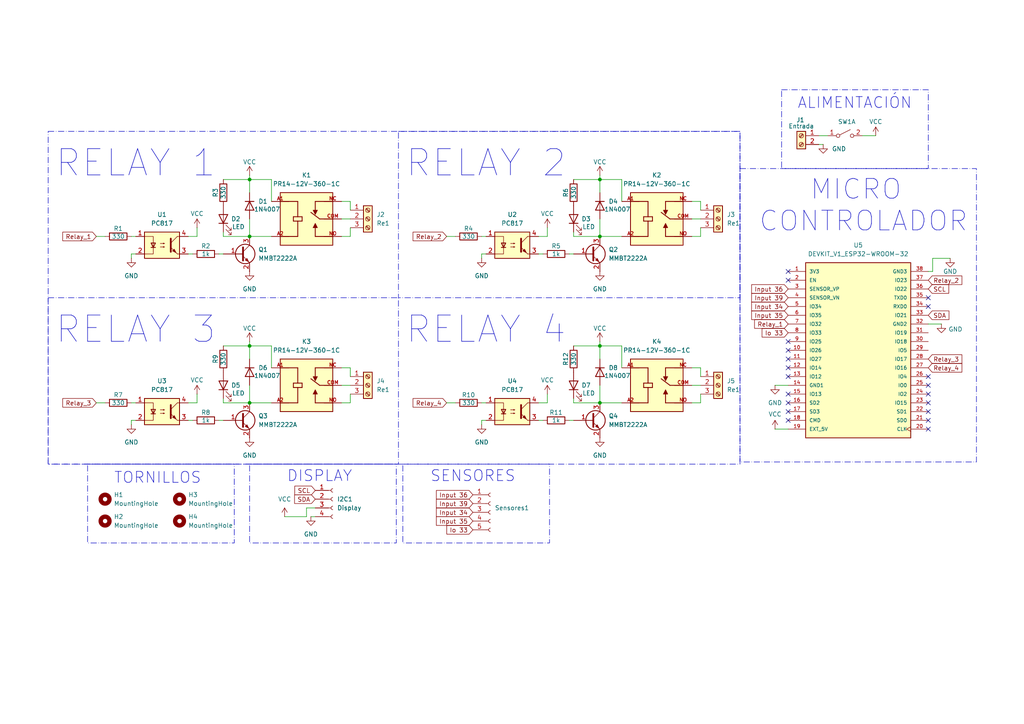
<source format=kicad_sch>
(kicad_sch (version 20250114) (generator "eeschema") (generator_version "9.0")
  (paper "A4")
  (lib_symbols
    (symbol "Connector:Conn_01x04_Socket" (pin_names (offset 1.016) (hide yes))
      (property "Reference" "J" (at 0 5.08 0))
      (property "Value" "Conn_01x04_Socket" (at 0 -7.62 0))
      (symbol "Conn_01x04_Socket_1_1"
        (polyline (pts (xy -1.27 2.54) (xy -0.508 2.54)) (stroke (width 0.1524)))
        (polyline (pts (xy -1.27 0) (xy -0.508 0)) (stroke (width 0.1524)))
        (polyline (pts (xy -1.27 -2.54) (xy -0.508 -2.54)) (stroke (width 0.1524)))
        (polyline (pts (xy -1.27 -5.08) (xy -0.508 -5.08)) (stroke (width 0.1524)))
        (arc (start 0 2.032) (mid -0.5058 2.54) (end 0 3.048) (stroke (width 0.1524)))
        (arc (start 0 -0.508) (mid -0.5058 0) (end 0 0.508) (stroke (width 0.1524)))
        (arc (start 0 -3.048) (mid -0.5058 -2.54) (end 0 -2.032) (stroke (width 0.1524)))
        (arc (start 0 -5.588) (mid -0.5058 -5.08) (end 0 -4.572) (stroke (width 0.1524)))
        (pin passive line (at -5.08 2.54 0) (length 3.81) (name "Pin_1") (number "1"))
        (pin passive line (at -5.08 0 0) (length 3.81) (name "Pin_2") (number "2"))
        (pin passive line (at -5.08 -2.54 0) (length 3.81) (name "Pin_3") (number "3"))
        (pin passive line (at -5.08 -5.08 0) (length 3.81) (name "Pin_4") (number "4"))
      )
    )
    (symbol "Connector:Conn_01x05_Socket" (pin_names (offset 1.016) (hide yes))
      (property "Reference" "J" (at 0 7.62 0))
      (property "Value" "Conn_01x05_Socket" (at 0 -7.62 0))
      (symbol "Conn_01x05_Socket_1_1"
        (polyline (pts (xy -1.27 5.08) (xy -0.508 5.08)) (stroke (width 0.1524)))
        (polyline (pts (xy -1.27 2.54) (xy -0.508 2.54)) (stroke (width 0.1524)))
        (polyline (pts (xy -1.27 0) (xy -0.508 0)) (stroke (width 0.1524)))
        (polyline (pts (xy -1.27 -2.54) (xy -0.508 -2.54)) (stroke (width 0.1524)))
        (polyline (pts (xy -1.27 -5.08) (xy -0.508 -5.08)) (stroke (width 0.1524)))
        (arc (start 0 4.572) (mid -0.5058 5.08) (end 0 5.588) (stroke (width 0.1524)))
        (arc (start 0 2.032) (mid -0.5058 2.54) (end 0 3.048) (stroke (width 0.1524)))
        (arc (start 0 -0.508) (mid -0.5058 0) (end 0 0.508) (stroke (width 0.1524)))
        (arc (start 0 -3.048) (mid -0.5058 -2.54) (end 0 -2.032) (stroke (width 0.1524)))
        (arc (start 0 -5.588) (mid -0.5058 -5.08) (end 0 -4.572) (stroke (width 0.1524)))
        (pin passive line (at -5.08 5.08 0) (length 3.81) (name "Pin_1") (number "1"))
        (pin passive line (at -5.08 2.54 0) (length 3.81) (name "Pin_2") (number "2"))
        (pin passive line (at -5.08 0 0) (length 3.81) (name "Pin_3") (number "3"))
        (pin passive line (at -5.08 -2.54 0) (length 3.81) (name "Pin_4") (number "4"))
        (pin passive line (at -5.08 -5.08 0) (length 3.81) (name "Pin_5") (number "5"))
      )
    )
    (symbol "Connector:Screw_Terminal_01x02" (pin_names (offset 1.016) (hide yes))
      (property "Reference" "J" (at 0 2.54 0))
      (property "Value" "Screw_Terminal_01x02" (at 0 -5.08 0))
      (symbol "Screw_Terminal_01x02_1_1"
        (rectangle (start -1.27 1.27) (end 1.27 -3.81) (stroke (width 0.254)) (fill (type background)))
        (polyline (pts (xy -0.5334 0.3302) (xy 0.3302 -0.508)) (stroke (width 0.1524)))
        (polyline (pts (xy -0.5334 -2.2098) (xy 0.3302 -3.048)) (stroke (width 0.1524)))
        (polyline (pts (xy -0.3556 0.508) (xy 0.508 -0.3302)) (stroke (width 0.1524)))
        (polyline (pts (xy -0.3556 -2.032) (xy 0.508 -2.8702)) (stroke (width 0.1524)))
        (circle (center 0 0) (radius 0.635) (stroke (width 0.1524)))
        (circle (center 0 -2.54) (radius 0.635) (stroke (width 0.1524)))
        (pin passive line (at -5.08 0 0) (length 3.81) (name "Pin_1") (number "1"))
        (pin passive line (at -5.08 -2.54 0) (length 3.81) (name "Pin_2") (number "2"))
      )
    )
    (symbol "Connector:Screw_Terminal_01x03" (pin_names (offset 1.016) (hide yes))
      (property "Reference" "J" (at 0 5.08 0))
      (property "Value" "Screw_Terminal_01x03" (at 0 -5.08 0))
      (symbol "Screw_Terminal_01x03_1_1"
        (rectangle (start -1.27 3.81) (end 1.27 -3.81) (stroke (width 0.254)) (fill (type background)))
        (polyline (pts (xy -0.5334 2.8702) (xy 0.3302 2.032)) (stroke (width 0.1524)))
        (polyline (pts (xy -0.5334 0.3302) (xy 0.3302 -0.508)) (stroke (width 0.1524)))
        (polyline (pts (xy -0.5334 -2.2098) (xy 0.3302 -3.048)) (stroke (width 0.1524)))
        (polyline (pts (xy -0.3556 3.048) (xy 0.508 2.2098)) (stroke (width 0.1524)))
        (polyline (pts (xy -0.3556 0.508) (xy 0.508 -0.3302)) (stroke (width 0.1524)))
        (polyline (pts (xy -0.3556 -2.032) (xy 0.508 -2.8702)) (stroke (width 0.1524)))
        (circle (center 0 2.54) (radius 0.635) (stroke (width 0.1524)))
        (circle (center 0 0) (radius 0.635) (stroke (width 0.1524)))
        (circle (center 0 -2.54) (radius 0.635) (stroke (width 0.1524)))
        (pin passive line (at -5.08 2.54 0) (length 3.81) (name "Pin_1") (number "1"))
        (pin passive line (at -5.08 0 0) (length 3.81) (name "Pin_2") (number "2"))
        (pin passive line (at -5.08 -2.54 0) (length 3.81) (name "Pin_3") (number "3"))
      )
    )
    (symbol "DEVKIT_V1_ESP32-WROOM-32:DEVKIT_V1_ESP32-WROOM-32" (pin_names (offset 1.016))
      (property "Reference" "U" (at -15.2572 26.0643 0))
      (property "Value" "DEVKIT_V1_ESP32-WROOM-32" (at -15.2563 -27.9698 0))
      (symbol "DEVKIT_V1_ESP32-WROOM-32_0_0"
        (rectangle (start -15.24 -25.4) (end 15.24 25.4) (stroke (width 0.254)) (fill (type background)))
        (pin power_in line (at -20.32 22.86 0) (length 5.08) (name "3V3") (number "1"))
        (pin input line (at -20.32 20.32 0) (length 5.08) (name "EN") (number "2"))
        (pin input line (at -20.32 17.78 0) (length 5.08) (name "SENSOR_VP") (number "3"))
        (pin input line (at -20.32 15.24 0) (length 5.08) (name "SENSOR_VN") (number "4"))
        (pin bidirectional line (at -20.32 12.7 0) (length 5.08) (name "IO34") (number "5"))
        (pin bidirectional line (at -20.32 10.16 0) (length 5.08) (name "IO35") (number "6"))
        (pin bidirectional line (at -20.32 7.62 0) (length 5.08) (name "IO32") (number "7"))
        (pin bidirectional line (at -20.32 5.08 0) (length 5.08) (name "IO33") (number "8"))
        (pin bidirectional line (at -20.32 2.54 0) (length 5.08) (name "IO25") (number "9"))
        (pin bidirectional line (at -20.32 0 0) (length 5.08) (name "IO26") (number "10"))
        (pin bidirectional line (at -20.32 -2.54 0) (length 5.08) (name "IO27") (number "11"))
        (pin bidirectional line (at -20.32 -5.08 0) (length 5.08) (name "IO14") (number "12"))
        (pin bidirectional line (at -20.32 -7.62 0) (length 5.08) (name "IO12") (number "13"))
        (pin power_in line (at -20.32 -10.16 0) (length 5.08) (name "GND1") (number "14"))
        (pin bidirectional line (at -20.32 -12.7 0) (length 5.08) (name "IO13") (number "15"))
        (pin bidirectional line (at -20.32 -15.24 0) (length 5.08) (name "SD2") (number "16"))
        (pin bidirectional line (at -20.32 -17.78 0) (length 5.08) (name "SD3") (number "17"))
        (pin bidirectional line (at -20.32 -20.32 0) (length 5.08) (name "CMD") (number "18"))
        (pin power_in line (at -20.32 -22.86 0) (length 5.08) (name "EXT_5V") (number "19"))
        (pin power_in line (at 20.32 22.86 180) (length 5.08) (name "GND3") (number "38"))
        (pin bidirectional line (at 20.32 20.32 180) (length 5.08) (name "IO23") (number "37"))
        (pin bidirectional line (at 20.32 17.78 180) (length 5.08) (name "IO22") (number "36"))
        (pin output line (at 20.32 15.24 180) (length 5.08) (name "TXD0") (number "35"))
        (pin input line (at 20.32 12.7 180) (length 5.08) (name "RXD0") (number "34"))
        (pin bidirectional line (at 20.32 10.16 180) (length 5.08) (name "IO21") (number "33"))
        (pin power_in line (at 20.32 7.62 180) (length 5.08) (name "GND2") (number "32"))
        (pin bidirectional line (at 20.32 5.08 180) (length 5.08) (name "IO19") (number "31"))
        (pin bidirectional line (at 20.32 2.54 180) (length 5.08) (name "IO18") (number "30"))
        (pin bidirectional line (at 20.32 0 180) (length 5.08) (name "IO5") (number "29"))
        (pin bidirectional line (at 20.32 -2.54 180) (length 5.08) (name "IO17") (number "28"))
        (pin bidirectional line (at 20.32 -5.08 180) (length 5.08) (name "IO16") (number "27"))
        (pin bidirectional line (at 20.32 -7.62 180) (length 5.08) (name "IO4") (number "26"))
        (pin bidirectional line (at 20.32 -10.16 180) (length 5.08) (name "IO0") (number "25"))
        (pin bidirectional line (at 20.32 -12.7 180) (length 5.08) (name "IO2") (number "24"))
        (pin bidirectional line (at 20.32 -15.24 180) (length 5.08) (name "IO15") (number "23"))
        (pin bidirectional line (at 20.32 -17.78 180) (length 5.08) (name "SD1") (number "22"))
        (pin bidirectional line (at 20.32 -20.32 180) (length 5.08) (name "SD0") (number "21"))
        (pin input clock (at 20.32 -22.86 180) (length 5.08) (name "CLK") (number "20"))
      )
    )
    (symbol "Device:LED" (pin_numbers (hide yes)) (pin_names (offset 1.016) (hide yes))
      (property "Reference" "D" (at 0 2.54 0))
      (property "Value" "LED" (at 0 -2.54 0))
      (symbol "LED_0_1"
        (polyline (pts (xy -3.048 -0.762) (xy -4.572 -2.286) (xy -3.81 -2.286) (xy -4.572 -2.286) (xy -4.572 -1.524)))
        (polyline (pts (xy -1.778 -0.762) (xy -3.302 -2.286) (xy -2.54 -2.286) (xy -3.302 -2.286) (xy -3.302 -1.524)))
        (polyline (pts (xy -1.27 0) (xy 1.27 0)))
        (polyline (pts (xy -1.27 -1.27) (xy -1.27 1.27)) (stroke (width 0.254)))
        (polyline (pts (xy 1.27 -1.27) (xy 1.27 1.27) (xy -1.27 0) (xy 1.27 -1.27)) (stroke (width 0.254)))
      )
      (symbol "LED_1_1"
        (pin passive line (at -3.81 0 0) (length 2.54) (name "K") (number "1"))
        (pin passive line (at 3.81 0 180) (length 2.54) (name "A") (number "2"))
      )
    )
    (symbol "Device:R" (pin_numbers (hide yes)) (pin_names (offset 0))
      (property "Reference" "R" (at 2.032 0 90))
      (property "Value" "R" (at 0 0 90))
      (symbol "R_0_1"
        (rectangle (start -1.016 -2.54) (end 1.016 2.54) (stroke (width 0.254)))
      )
      (symbol "R_1_1"
        (pin passive line (at 0 3.81 270) (length 1.27) (name "~") (number "1"))
        (pin passive line (at 0 -3.81 90) (length 1.27) (name "~") (number "2"))
      )
    )
    (symbol "Diode:1N4007" (pin_numbers (hide yes)) (pin_names (hide yes))
      (property "Reference" "D" (at 0 2.54 0))
      (property "Value" "1N4007" (at 0 -2.54 0))
      (symbol "1N4007_0_1"
        (polyline (pts (xy -1.27 1.27) (xy -1.27 -1.27)) (stroke (width 0.254)))
        (polyline (pts (xy 1.27 1.27) (xy 1.27 -1.27) (xy -1.27 0) (xy 1.27 1.27)) (stroke (width 0.254)))
        (polyline (pts (xy 1.27 0) (xy -1.27 0)))
      )
      (symbol "1N4007_1_1"
        (pin passive line (at -3.81 0 0) (length 2.54) (name "K") (number "1"))
        (pin passive line (at 3.81 0 180) (length 2.54) (name "A") (number "2"))
      )
    )
    (symbol "Isolator:PC817" (pin_names (offset 1.016))
      (property "Reference" "U" (at -5.08 5.08 0))
      (property "Value" "PC817" (at 0 5.08 0))
      (symbol "PC817_0_1"
        (rectangle (start -5.08 3.81) (end 5.08 -3.81) (stroke (width 0.254)) (fill (type background)))
        (polyline (pts (xy -5.08 2.54) (xy -2.54 2.54) (xy -2.54 -0.635)))
        (polyline (pts (xy -3.175 -0.635) (xy -1.905 -0.635)) (stroke (width 0.254)))
        (polyline (pts (xy -2.54 -0.635) (xy -2.54 -2.54) (xy -5.08 -2.54)))
        (polyline (pts (xy -2.54 -0.635) (xy -3.175 0.635) (xy -1.905 0.635) (xy -2.54 -0.635)) (stroke (width 0.254)))
        (polyline (pts (xy -0.508 0.508) (xy 0.762 0.508) (xy 0.381 0.381) (xy 0.381 0.635) (xy 0.762 0.508)))
        (polyline (pts (xy -0.508 -0.508) (xy 0.762 -0.508) (xy 0.381 -0.635) (xy 0.381 -0.381) (xy 0.762 -0.508)))
        (polyline (pts (xy 2.54 1.905) (xy 2.54 -1.905) (xy 2.54 -1.905)) (stroke (width 0.508)))
        (polyline (pts (xy 2.54 0.635) (xy 4.445 2.54)))
        (polyline (pts (xy 3.048 -1.651) (xy 3.556 -1.143) (xy 4.064 -2.159) (xy 3.048 -1.651) (xy 3.048 -1.651)) (fill (type outline)))
        (polyline (pts (xy 4.445 2.54) (xy 5.08 2.54)))
        (polyline (pts (xy 4.445 -2.54) (xy 2.54 -0.635)) (fill (type outline)))
        (polyline (pts (xy 4.445 -2.54) (xy 5.08 -2.54)))
      )
      (symbol "PC817_1_1"
        (pin passive line (at -7.62 2.54 0) (length 2.54) (name "~") (number "1"))
        (pin passive line (at -7.62 -2.54 0) (length 2.54) (name "~") (number "2"))
        (pin passive line (at 7.62 2.54 180) (length 2.54) (name "~") (number "4"))
        (pin passive line (at 7.62 -2.54 180) (length 2.54) (name "~") (number "3"))
      )
    )
    (symbol "Mechanical:MountingHole" (pin_names (offset 1.016)) (exclude_from_sim yes) (in_bom no)
      (property "Reference" "H" (at 0 5.08 0))
      (property "Value" "MountingHole" (at 0 3.175 0))
      (symbol "MountingHole_0_1"
        (circle (center 0 0) (radius 1.27) (stroke (width 1.27)))
      )
    )
    (symbol "PR14-12V-360-1C:PR14-12V-360-1C" (pin_names (offset 1.016))
      (property "Reference" "K" (at -7.62 8.89 0))
      (property "Value" "PR14-12V-360-1C" (at -7.62 -10.16 0))
      (symbol "PR14-12V-360-1C_0_0"
        (polyline (pts (xy -7.62 5.08) (xy -2.54 5.08)) (stroke (width 0.254)))
        (polyline (pts (xy -7.62 -5.08) (xy -2.54 -5.08)) (stroke (width 0.254)))
        (rectangle (start -7.62 -7.62) (end 7.62 7.62) (stroke (width 0.254)) (fill (type background)))
        (polyline (pts (xy -3.81 0.635) (xy -2.54 0.635)) (stroke (width 0.254)))
        (polyline (pts (xy -3.81 -0.635) (xy -3.81 0.635)) (stroke (width 0.254)))
        (polyline (pts (xy -2.54 5.08) (xy -2.54 0.635)) (stroke (width 0.254)))
        (polyline (pts (xy -2.54 0.635) (xy -1.27 0.635)) (stroke (width 0.254)))
        (polyline (pts (xy -2.54 -0.635) (xy -3.81 -0.635)) (stroke (width 0.254)))
        (polyline (pts (xy -2.54 -0.635) (xy -2.54 -5.08)) (stroke (width 0.254)))
        (polyline (pts (xy -1.27 0.635) (xy -1.27 -0.635)) (stroke (width 0.254)))
        (polyline (pts (xy -1.27 -0.635) (xy -2.54 -0.635)) (stroke (width 0.254)))
        (polyline (pts (xy 1.905 -2.54) (xy 3.175 -2.54) (xy 2.54 -1.27) (xy 1.905 -2.54)) (stroke (width 0.1524)) (fill (type outline)))
        (polyline (pts (xy 2.54 5.08) (xy 2.54 2.54)) (stroke (width 0.254)))
        (polyline (pts (xy 2.54 5.08) (xy 7.62 5.08)) (stroke (width 0.254)))
        (polyline (pts (xy 2.54 -5.08) (xy 2.54 -2.54)) (stroke (width 0.254)))
        (polyline (pts (xy 3.175 2.54) (xy 1.905 2.54) (xy 2.54 1.27) (xy 3.175 2.54)) (stroke (width 0.1524)) (fill (type outline)))
        (polyline (pts (xy 3.81 0) (xy 1.27 1.905)) (stroke (width 0.254)))
        (polyline (pts (xy 7.62 0) (xy 3.81 0)) (stroke (width 0.254)))
        (polyline (pts (xy 7.62 -5.08) (xy 2.54 -5.08)) (stroke (width 0.254)))
        (pin passive line (at -10.16 5.08 0) (length 5.08) (name "~") (number "A1"))
        (pin passive line (at -10.16 -5.08 0) (length 5.08) (name "~") (number "A2"))
        (pin passive line (at 10.16 5.08 180) (length 5.08) (name "~") (number "NC"))
        (pin passive line (at 10.16 0 180) (length 5.08) (name "~") (number "COM"))
        (pin passive line (at 10.16 -5.08 180) (length 5.08) (name "~") (number "NO"))
      )
    )
    (symbol "Switch:SW_DPST_x2" (pin_names (offset 0) (hide yes))
      (property "Reference" "SW" (at 0 3.175 0))
      (property "Value" "SW_DPST_x2" (at 0 -2.54 0))
      (symbol "SW_DPST_x2_0_0"
        (circle (center -2.032 0) (radius 0.508))
        (polyline (pts (xy -1.524 0.254) (xy 1.524 1.778)))
        (circle (center 2.032 0) (radius 0.508))
      )
      (symbol "SW_DPST_x2_1_1"
        (pin passive line (at -5.08 0 0) (length 2.54) (name "A") (number "1"))
        (pin passive line (at 5.08 0 180) (length 2.54) (name "B") (number "2"))
      )
      (symbol "SW_DPST_x2_2_1"
        (pin passive line (at -5.08 0 0) (length 2.54) (name "A") (number "3"))
        (pin passive line (at 5.08 0 180) (length 2.54) (name "B") (number "4"))
      )
    )
    (symbol "Transistor_BJT:MMBT2222A" (pin_names (offset 0) (hide yes))
      (property "Reference" "Q" (at 5.08 1.905 0))
      (property "Value" "MMBT2222A" (at 5.08 0 0))
      (symbol "MMBT2222A_0_1"
        (polyline (pts (xy 0.635 1.905) (xy 0.635 -1.905) (xy 0.635 -1.905)) (stroke (width 0.508)))
        (polyline (pts (xy 0.635 0.635) (xy 2.54 2.54)))
        (polyline (pts (xy 0.635 -0.635) (xy 2.54 -2.54) (xy 2.54 -2.54)))
        (circle (center 1.27 0) (radius 2.8194) (stroke (width 0.254)))
        (polyline (pts (xy 1.27 -1.778) (xy 1.778 -1.27) (xy 2.286 -2.286) (xy 1.27 -1.778) (xy 1.27 -1.778)) (fill (type outline)))
      )
      (symbol "MMBT2222A_1_1"
        (pin input line (at -5.08 0 0) (length 5.715) (name "B") (number "1"))
        (pin passive line (at 2.54 5.08 270) (length 2.54) (name "C") (number "3"))
        (pin passive line (at 2.54 -5.08 90) (length 2.54) (name "E") (number "2"))
      )
    )
    (symbol "power:GND" (power) (pin_numbers (hide yes)) (pin_names (offset 0) (hide yes))
      (property "Value" "GND" (at 0 -3.81 0))
      (symbol "GND_0_1"
        (polyline (pts (xy 0 0) (xy 0 -1.27) (xy 1.27 -1.27) (xy 0 -2.54) (xy -1.27 -1.27) (xy 0 -1.27)))
      )
      (symbol "GND_1_1"
        (pin power_in line (at 0 0 270) (length 0) (name "~") (number "1"))
      )
    )
    (symbol "power:VCC" (power) (pin_numbers (hide yes)) (pin_names (offset 0) (hide yes))
      (property "Value" "VCC" (at 0 3.556 0))
      (symbol "VCC_0_1"
        (polyline (pts (xy -0.762 1.27) (xy 0 2.54)))
        (polyline (pts (xy 0 2.54) (xy 0.762 1.27)))
        (polyline (pts (xy 0 0) (xy 0 2.54)))
      )
      (symbol "VCC_1_1"
        (pin power_in line (at 0 0 90) (length 0) (name "~") (number "1"))
      )
    )
  )
  (rectangle (start 115.57 38.1) (end 214.63 86.36) (stroke (width 0) (type dash_dot)))
  (rectangle (start 226.695 26.035) (end 269.24 48.895) (stroke (width 0) (type dash_dot)))
  (rectangle (start 13.97 38.1) (end 214.63 134.62) (stroke (width 0) (type dash_dot)))
  (rectangle (start 25.4 134.62) (end 67.945 157.48) (stroke (width 0) (type dash_dot)))
  (rectangle (start 72.39 134.62) (end 114.935 157.48) (stroke (width 0) (type dash_dot)))
  (rectangle (start 214.63 48.895) (end 283.21 133.985) (stroke (width 0) (type dash_dot)))
  (rectangle (start 13.97 86.36) (end 115.57 134.62) (stroke (width 0) (type dash_dot)))
  (rectangle (start 116.84 134.62) (end 159.385 157.48) (stroke (width 0) (type dash_dot)))
  (text "SENSORES" (at 137.16 138.176 0) (effects (font (size 3.175 3.175))))
  (text "ALIMENTACIÓN\n" (at 247.904 29.972 0) (effects (font (size 3.175 3.175))))
  (text "RELAY 4\n\n" (at 140.97 101.854 0) (effects (font (size 7.62 7.62))))
  (text "DISPLAY" (at 92.71 138.176 0) (effects (font (size 3.175 3.175))))
  (text "RELAY 3\n\n" (at 39.37 101.854 0) (effects (font (size 7.62 7.62))))
  (text "MICRO \nCONTROLADOR\n" (at 250.444 59.69 0) (effects (font (size 5.715 5.715))))
  (text "RELAY 2\n\n" (at 140.97 53.594 0) (effects (font (size 7.62 7.62))))
  (text "RELAY 1\n\n" (at 39.37 53.594 0) (effects (font (size 7.62 7.62))))
  (text "TORNILLOS" (at 45.72 138.684 0) (effects (font (size 3.175 3.175))))
  (junction (at 72.39 116.84))
  (junction (at 173.99 68.58))
  (junction (at 173.99 100.33))
  (junction (at 72.39 52.07))
  (junction (at 173.99 52.07))
  (junction (at 72.39 100.33))
  (junction (at 173.99 116.84))
  (junction (at 72.39 68.58))
  (no_connect (at 269.24 121.92))
  (no_connect (at 228.6 81.28))
  (no_connect (at 269.24 124.46))
  (no_connect (at 228.6 116.84))
  (no_connect (at 228.6 104.14))
  (no_connect (at 228.6 99.06))
  (no_connect (at 269.24 119.38))
  (no_connect (at 228.6 106.68))
  (no_connect (at 228.6 78.74))
  (no_connect (at 228.6 114.3))
  (no_connect (at 228.6 101.6))
  (no_connect (at 228.6 109.22))
  (no_connect (at 228.6 121.92))
  (no_connect (at 269.24 109.22))
  (no_connect (at 269.24 88.9))
  (no_connect (at 269.24 86.36))
  (no_connect (at 269.24 114.3))
  (no_connect (at 269.24 116.84))
  (no_connect (at 228.6 119.38))
  (no_connect (at 269.24 111.76))
  (wire (pts (xy 38.1 74.93) (xy 38.1 73.66)))
  (wire (pts (xy 129.54 68.58) (xy 132.08 68.58)))
  (wire (pts (xy 139.7 116.84) (xy 140.97 116.84)))
  (wire (pts (xy 57.15 114.3) (xy 57.15 116.84)))
  (wire (pts (xy 54.61 116.84) (xy 57.15 116.84)))
  (wire (pts (xy 238.76 41.91) (xy 237.49 41.91)))
  (wire (pts (xy 78.74 100.33) (xy 78.74 106.68)))
  (wire (pts (xy 139.7 68.58) (xy 140.97 68.58)))
  (wire (pts (xy 54.61 68.58) (xy 57.15 68.58)))
  (wire (pts (xy 166.37 73.66) (xy 165.1 73.66)))
  (wire (pts (xy 173.99 100.33) (xy 166.37 100.33)))
  (wire (pts (xy 38.1 73.66) (xy 39.37 73.66)))
  (wire (pts (xy 101.6 114.3) (xy 101.6 116.84)))
  (wire (pts (xy 64.77 68.58) (xy 72.39 68.58)))
  (wire (pts (xy 64.77 116.84) (xy 72.39 116.84)))
  (wire (pts (xy 129.54 116.84) (xy 132.08 116.84)))
  (wire (pts (xy 200.66 58.42) (xy 203.2 58.42)))
  (wire (pts (xy 72.39 63.5) (xy 72.39 68.58)))
  (wire (pts (xy 157.48 73.66) (xy 156.21 73.66)))
  (wire (pts (xy 88.9 147.32) (xy 91.44 147.32)))
  (wire (pts (xy 173.99 52.07) (xy 166.37 52.07)))
  (wire (pts (xy 72.39 100.33) (xy 72.39 104.14)))
  (wire (pts (xy 38.1 121.92) (xy 39.37 121.92)))
  (wire (pts (xy 55.88 73.66) (xy 54.61 73.66)))
  (wire (pts (xy 173.99 100.33) (xy 180.34 100.33)))
  (wire (pts (xy 72.39 100.33) (xy 64.77 100.33)))
  (wire (pts (xy 200.66 63.5) (xy 203.2 63.5)))
  (wire (pts (xy 203.2 106.68) (xy 203.2 109.22)))
  (wire (pts (xy 203.2 114.3) (xy 203.2 116.84)))
  (wire (pts (xy 64.77 116.84) (xy 64.77 115.57)))
  (wire (pts (xy 64.77 121.92) (xy 63.5 121.92)))
  (wire (pts (xy 166.37 68.58) (xy 173.99 68.58)))
  (wire (pts (xy 254 39.37) (xy 250.19 39.37)))
  (wire (pts (xy 270.51 74.93) (xy 270.51 78.74)))
  (wire (pts (xy 139.7 74.93) (xy 139.7 73.66)))
  (wire (pts (xy 166.37 68.58) (xy 166.37 67.31)))
  (wire (pts (xy 99.06 58.42) (xy 101.6 58.42)))
  (wire (pts (xy 72.39 111.76) (xy 72.39 116.84)))
  (wire (pts (xy 240.03 39.37) (xy 237.49 39.37)))
  (wire (pts (xy 139.7 123.19) (xy 139.7 121.92)))
  (wire (pts (xy 72.39 68.58) (xy 78.74 68.58)))
  (wire (pts (xy 166.37 116.84) (xy 173.99 116.84)))
  (wire (pts (xy 72.39 50.8) (xy 72.39 52.07)))
  (wire (pts (xy 224.79 124.46) (xy 228.6 124.46)))
  (wire (pts (xy 72.39 52.07) (xy 78.74 52.07)))
  (wire (pts (xy 224.79 111.76) (xy 228.6 111.76)))
  (wire (pts (xy 156.21 116.84) (xy 158.75 116.84)))
  (wire (pts (xy 173.99 100.33) (xy 173.99 104.14)))
  (wire (pts (xy 200.66 106.68) (xy 203.2 106.68)))
  (wire (pts (xy 101.6 116.84) (xy 99.06 116.84)))
  (wire (pts (xy 173.99 52.07) (xy 173.99 55.88)))
  (wire (pts (xy 72.39 100.33) (xy 78.74 100.33)))
  (wire (pts (xy 27.94 68.58) (xy 30.48 68.58)))
  (wire (pts (xy 275.59 74.93) (xy 270.51 74.93)))
  (wire (pts (xy 166.37 116.84) (xy 166.37 115.57)))
  (wire (pts (xy 166.37 121.92) (xy 165.1 121.92)))
  (wire (pts (xy 101.6 106.68) (xy 101.6 109.22)))
  (wire (pts (xy 173.99 111.76) (xy 173.99 116.84)))
  (wire (pts (xy 158.75 66.04) (xy 158.75 68.58)))
  (wire (pts (xy 64.77 73.66) (xy 63.5 73.66)))
  (wire (pts (xy 139.7 73.66) (xy 140.97 73.66)))
  (wire (pts (xy 57.15 66.04) (xy 57.15 68.58)))
  (wire (pts (xy 157.48 121.92) (xy 156.21 121.92)))
  (wire (pts (xy 99.06 63.5) (xy 101.6 63.5)))
  (wire (pts (xy 270.51 78.74) (xy 269.24 78.74)))
  (wire (pts (xy 78.74 52.07) (xy 78.74 58.42)))
  (wire (pts (xy 99.06 111.76) (xy 101.6 111.76)))
  (wire (pts (xy 180.34 100.33) (xy 180.34 106.68)))
  (wire (pts (xy 72.39 116.84) (xy 78.74 116.84)))
  (wire (pts (xy 101.6 66.04) (xy 101.6 68.58)))
  (wire (pts (xy 173.99 116.84) (xy 180.34 116.84)))
  (wire (pts (xy 173.99 99.06) (xy 173.99 100.33)))
  (wire (pts (xy 203.2 66.04) (xy 203.2 68.58)))
  (wire (pts (xy 173.99 50.8) (xy 173.99 52.07)))
  (wire (pts (xy 38.1 68.58) (xy 39.37 68.58)))
  (wire (pts (xy 203.2 58.42) (xy 203.2 60.96)))
  (wire (pts (xy 273.05 93.98) (xy 269.24 93.98)))
  (wire (pts (xy 203.2 68.58) (xy 200.66 68.58)))
  (wire (pts (xy 101.6 58.42) (xy 101.6 60.96)))
  (wire (pts (xy 82.55 149.86) (xy 88.9 149.86)))
  (wire (pts (xy 38.1 123.19) (xy 38.1 121.92)))
  (wire (pts (xy 173.99 68.58) (xy 180.34 68.58)))
  (wire (pts (xy 64.77 68.58) (xy 64.77 67.31)))
  (wire (pts (xy 90.17 149.86) (xy 91.44 149.86)))
  (wire (pts (xy 27.94 116.84) (xy 30.48 116.84)))
  (wire (pts (xy 88.9 149.86) (xy 88.9 147.32)))
  (wire (pts (xy 156.21 68.58) (xy 158.75 68.58)))
  (wire (pts (xy 200.66 111.76) (xy 203.2 111.76)))
  (wire (pts (xy 38.1 116.84) (xy 39.37 116.84)))
  (wire (pts (xy 180.34 52.07) (xy 180.34 58.42)))
  (wire (pts (xy 203.2 116.84) (xy 200.66 116.84)))
  (wire (pts (xy 72.39 99.06) (xy 72.39 100.33)))
  (wire (pts (xy 173.99 52.07) (xy 180.34 52.07)))
  (wire (pts (xy 158.75 114.3) (xy 158.75 116.84)))
  (wire (pts (xy 139.7 121.92) (xy 140.97 121.92)))
  (wire (pts (xy 72.39 52.07) (xy 64.77 52.07)))
  (wire (pts (xy 99.06 106.68) (xy 101.6 106.68)))
  (wire (pts (xy 55.88 121.92) (xy 54.61 121.92)))
  (wire (pts (xy 101.6 68.58) (xy 99.06 68.58)))
  (wire (pts (xy 72.39 52.07) (xy 72.39 55.88)))
  (wire (pts (xy 173.99 63.5) (xy 173.99 68.58)))
  (global_label "Input 35" (shape input) (at 228.6 91.44 180) (property "Intersheetrefs" "${INTERSHEET_REFS}" (effects (hide yes))))
  (global_label "SCL" (shape input) (at 91.44 142.24 180) (property "Intersheetrefs" "${INTERSHEET_REFS}" (effects (hide yes))))
  (global_label "Relay_1" (shape input) (at 228.6 93.98 180) (property "Intersheetrefs" "${INTERSHEET_REFS}" (effects (hide yes))))
  (global_label "Input 39" (shape input) (at 137.16 146.05 180) (property "Intersheetrefs" "${INTERSHEET_REFS}" (effects (hide yes))))
  (global_label "Relay_2" (shape input) (at 129.54 68.58 180) (property "Intersheetrefs" "${INTERSHEET_REFS}" (effects (hide yes))))
  (global_label "Relay_4" (shape input) (at 129.54 116.84 180) (property "Intersheetrefs" "${INTERSHEET_REFS}" (effects (hide yes))))
  (global_label "SDA" (shape input) (at 269.24 91.44 0) (property "Intersheetrefs" "${INTERSHEET_REFS}" (effects (hide yes))))
  (global_label "Input 36" (shape input) (at 228.6 83.82 180) (property "Intersheetrefs" "${INTERSHEET_REFS}" (effects (hide yes))))
  (global_label "Relay_3" (shape input) (at 27.94 116.84 180) (property "Intersheetrefs" "${INTERSHEET_REFS}" (effects (hide yes))))
  (global_label "Io 33" (shape input) (at 137.16 153.67 180) (property "Intersheetrefs" "${INTERSHEET_REFS}" (effects (hide yes))))
  (global_label "Input 39" (shape input) (at 228.6 86.36 180) (property "Intersheetrefs" "${INTERSHEET_REFS}" (effects (hide yes))))
  (global_label "Input 36" (shape input) (at 137.16 143.51 180) (property "Intersheetrefs" "${INTERSHEET_REFS}" (effects (hide yes))))
  (global_label "Relay_4" (shape input) (at 269.24 106.68 0) (property "Intersheetrefs" "${INTERSHEET_REFS}" (effects (hide yes))))
  (global_label "SDA" (shape input) (at 91.44 144.78 180) (property "Intersheetrefs" "${INTERSHEET_REFS}" (effects (hide yes))))
  (global_label "SCL" (shape input) (at 269.24 83.82 0) (property "Intersheetrefs" "${INTERSHEET_REFS}" (effects (hide yes))))
  (global_label "Io 33" (shape input) (at 228.6 96.52 180) (property "Intersheetrefs" "${INTERSHEET_REFS}" (effects (hide yes))))
  (global_label "Relay_2" (shape input) (at 269.24 81.28 0) (property "Intersheetrefs" "${INTERSHEET_REFS}" (effects (hide yes))))
  (global_label "Relay_1" (shape input) (at 27.94 68.58 180) (property "Intersheetrefs" "${INTERSHEET_REFS}" (effects (hide yes))))
  (global_label "Relay_3" (shape input) (at 269.24 104.14 0) (property "Intersheetrefs" "${INTERSHEET_REFS}" (effects (hide yes))))
  (global_label "Input 35" (shape input) (at 137.16 151.13 180) (property "Intersheetrefs" "${INTERSHEET_REFS}" (effects (hide yes))))
  (global_label "Input 34" (shape input) (at 137.16 148.59 180) (property "Intersheetrefs" "${INTERSHEET_REFS}" (effects (hide yes))))
  (global_label "Input 34" (shape input) (at 228.6 88.9 180) (property "Intersheetrefs" "${INTERSHEET_REFS}" (effects (hide yes))))
  (symbol (lib_id "power:VCC") (at 57.15 66.04 0) (unit 1)
    (property "Reference" "#PWR08" (effects (hide yes)))
    (property "Value" "VCC" (at 57.15 61.976 0))
    (property "Description" "Power symbol creates a global label with name \"VCC\"" (effects (hide yes)))
  )
  (symbol (lib_id "Device:R") (at 59.69 121.92 90) (unit 1)
    (property "Reference" "R8" (at 59.69 119.634 90))
    (property "Value" "1k" (at 59.69 121.92 90))
    (property "Footprint" "Resistor_SMD:R_0805_2012Metric_Pad1.20x1.40mm_HandSolder" (effects (hide yes)))
    (property "Description" "Resistor" (effects (hide yes)))
  )
  (symbol (lib_id "power:GND") (at 275.59 74.93 0) (unit 1)
    (property "Reference" "#PWR019" (effects (hide yes)))
    (property "Value" "GND" (at 275.59 78.74 0))
    (property "Description" "Power symbol creates a global label with name \"GND\" , ground" (effects (hide yes)))
  )
  (symbol (lib_id "Transistor_BJT:MMBT2222A") (at 69.85 73.66 0) (unit 1)
    (property "Reference" "Q1" (at 74.93 72.3899 0) (effects (justify left)))
    (property "Value" "MMBT2222A" (at 74.93 74.9299 0) (effects (justify left)))
    (property "Footprint" "Package_TO_SOT_SMD:SOT-23" (effects (hide yes)))
    (property "Datasheet" "https://assets.nexperia.com/documents/data-sheet/MMBT2222A.pdf" (effects (hide yes)))
    (property "Description" "600mA Ic, 40V Vce, NPN Transistor, SOT-23" (effects (hide yes)))
  )
  (symbol (lib_id "power:VCC") (at 224.79 124.46 0) (unit 1)
    (property "Reference" "#PWR023" (effects (hide yes)))
    (property "Value" "VCC" (at 224.79 120.142 0))
    (property "Description" "Power symbol creates a global label with name \"VCC\"" (effects (hide yes)))
  )
  (symbol (lib_id "power:GND") (at 38.1 74.93 0) (unit 1)
    (property "Reference" "#PWR07" (effects (hide yes)))
    (property "Value" "GND" (at 38.1 80.01 0))
    (property "Description" "Power symbol creates a global label with name \"GND\" , ground" (effects (hide yes)))
  )
  (symbol (lib_id "Device:R") (at 135.89 116.84 90) (unit 1)
    (property "Reference" "R10" (at 135.89 114.554 90))
    (property "Value" "330" (at 135.89 116.84 90))
    (property "Footprint" "Resistor_SMD:R_0805_2012Metric_Pad1.20x1.40mm_HandSolder" (effects (hide yes)))
    (property "Description" "Resistor" (effects (hide yes)))
  )
  (symbol (lib_id "Transistor_BJT:MMBT2222A") (at 171.45 73.66 0) (unit 1)
    (property "Reference" "Q2" (at 176.53 72.3899 0) (effects (justify left)))
    (property "Value" "MMBT2222A" (at 176.53 74.9299 0) (effects (justify left)))
    (property "Footprint" "Package_TO_SOT_SMD:SOT-23" (effects (hide yes)))
    (property "Datasheet" "https://assets.nexperia.com/documents/data-sheet/MMBT2222A.pdf" (effects (hide yes)))
    (property "Description" "600mA Ic, 40V Vce, NPN Transistor, SOT-23" (effects (hide yes)))
  )
  (symbol (lib_id "Transistor_BJT:MMBT2222A") (at 171.45 121.92 0) (unit 1)
    (property "Reference" "Q4" (at 176.53 120.6499 0) (effects (justify left)))
    (property "Value" "MMBT2222A" (at 176.53 123.1899 0) (effects (justify left)))
    (property "Footprint" "Package_TO_SOT_SMD:SOT-23" (effects (hide yes)))
    (property "Datasheet" "https://assets.nexperia.com/documents/data-sheet/MMBT2222A.pdf" (effects (hide yes)))
    (property "Description" "600mA Ic, 40V Vce, NPN Transistor, SOT-23" (effects (hide yes)))
  )
  (symbol (lib_id "Device:R") (at 64.77 55.88 180) (unit 1)
    (property "Reference" "R3" (at 62.484 55.88 90))
    (property "Value" "330" (at 64.77 55.88 90))
    (property "Footprint" "Resistor_SMD:R_0805_2012Metric_Pad1.20x1.40mm_HandSolder" (effects (hide yes)))
    (property "Description" "Resistor" (effects (hide yes)))
  )
  (symbol (lib_id "power:GND") (at 72.39 78.74 0) (unit 1)
    (property "Reference" "#PWR09" (effects (hide yes)))
    (property "Value" "GND" (at 72.39 83.82 0))
    (property "Description" "Power symbol creates a global label with name \"GND\" , ground" (effects (hide yes)))
  )
  (symbol (lib_id "Connector:Screw_Terminal_01x03") (at 208.28 63.5 0) (unit 1)
    (property "Reference" "J3" (at 210.82 62.2299 0) (effects (justify left)))
    (property "Value" "Re1" (at 210.82 64.7699 0) (effects (justify left)))
    (property "Footprint" "TerminalBlock_4Ucon:TerminalBlock_4Ucon_1x03_P3.50mm_Vertical" (effects (hide yes)))
    (property "Description" "Generic screw terminal, single row, 01x03, script generated (kicad-library-utils/schlib/autogen/connector/)" (effects (hide yes)))
  )
  (symbol (lib_id "power:VCC") (at 72.39 50.8 0) (unit 1)
    (property "Reference" "#PWR010" (effects (hide yes)))
    (property "Value" "VCC" (at 72.39 46.99 0))
    (property "Description" "Power symbol creates a global label with name \"VCC\"" (effects (hide yes)))
  )
  (symbol (lib_id "Connector:Screw_Terminal_01x03") (at 106.68 111.76 0) (unit 1)
    (property "Reference" "J4" (at 109.22 110.4899 0) (effects (justify left)))
    (property "Value" "Re1" (at 109.22 113.0299 0) (effects (justify left)))
    (property "Footprint" "TerminalBlock_4Ucon:TerminalBlock_4Ucon_1x03_P3.50mm_Vertical" (effects (hide yes)))
    (property "Description" "Generic screw terminal, single row, 01x03, script generated (kicad-library-utils/schlib/autogen/connector/)" (effects (hide yes)))
  )
  (symbol (lib_id "Isolator:PC817") (at 148.59 119.38 0) (unit 1)
    (property "Reference" "U4" (at 148.59 110.49 0))
    (property "Value" "PC817" (at 148.59 113.03 0))
    (property "Footprint" "Package_DIP:SMDIP-4_W7.62mm" (effects (hide yes)))
    (property "Datasheet" "http://www.soselectronic.cz/a_info/resource/d/pc817.pdf" (effects (hide yes)))
    (property "Description" "DC Optocoupler, Vce 35V, CTR 50-300%, DIP-4" (effects (hide yes)))
  )
  (symbol (lib_id "Switch:SW_DPST_x2") (at 245.11 39.37 0) (unit 1)
    (property "Reference" "SW1" (at 245.618 35.306 0))
    (property "Value" "~" (at 245.11 35.56 0))
    (property "Footprint" "Connector_PinSocket_2.54mm:PinSocket_1x02_P2.54mm_Vertical" (effects (hide yes)))
    (property "Description" "Single Pole Single Throw (SPST) switch, separate symbol" (effects (hide yes)))
  )
  (symbol (lib_id "Device:R") (at 64.77 104.14 180) (unit 1)
    (property "Reference" "R9" (at 62.484 104.14 90))
    (property "Value" "330" (at 64.77 104.14 90))
    (property "Footprint" "Resistor_SMD:R_0805_2012Metric_Pad1.20x1.40mm_HandSolder" (effects (hide yes)))
    (property "Description" "Resistor" (effects (hide yes)))
  )
  (symbol (lib_id "Mechanical:MountingHole") (at 52.07 144.78 0) (unit 1) (exclude_from_sim yes) (in_bom no)
    (property "Reference" "H3" (at 54.61 143.5099 0) (effects (justify left)))
    (property "Value" "MountingHole" (at 54.61 146.0499 0) (effects (justify left)))
    (property "Footprint" "MountingHole:MountingHole_2.5mm" (effects (hide yes)))
    (property "Description" "Mounting Hole without connection" (effects (hide yes)))
  )
  (symbol (lib_id "Device:LED") (at 64.77 63.5 90) (unit 1)
    (property "Reference" "D2" (at 67.056 63.5 90) (effects (justify right)))
    (property "Value" "LED" (at 67.31 65.786 90) (effects (justify right)))
    (property "Footprint" "LED_SMD:LED_0805_2012Metric" (effects (hide yes)))
    (property "Description" "Light emitting diode" (effects (hide yes)))
  )
  (symbol (lib_id "power:VCC") (at 82.55 149.86 0) (unit 1)
    (property "Reference" "#PWR022" (effects (hide yes)))
    (property "Value" "VCC" (at 82.55 144.78 0))
    (property "Description" "Power symbol creates a global label with name \"VCC\"" (effects (hide yes)))
  )
  (symbol (lib_id "power:GND") (at 139.7 123.19 0) (unit 1)
    (property "Reference" "#PWR015" (effects (hide yes)))
    (property "Value" "GND" (at 139.7 128.27 0))
    (property "Description" "Power symbol creates a global label with name \"GND\" , ground" (effects (hide yes)))
  )
  (symbol (lib_id "power:GND") (at 273.05 93.98 0) (unit 1)
    (property "Reference" "#PWR020" (effects (hide yes)))
    (property "Value" "GND" (at 275.082 95.504 0) (effects (justify left)))
    (property "Description" "Power symbol creates a global label with name \"GND\" , ground" (effects (hide yes)))
  )
  (symbol (lib_id "power:VCC") (at 57.15 114.3 0) (unit 1)
    (property "Reference" "#PWR06" (effects (hide yes)))
    (property "Value" "VCC" (at 57.15 110.236 0))
    (property "Description" "Power symbol creates a global label with name \"VCC\"" (effects (hide yes)))
  )
  (symbol (lib_id "Connector:Conn_01x04_Socket") (at 96.52 144.78 0) (unit 1)
    (property "Reference" "I2C1" (at 97.79 144.7799 0) (effects (justify left)))
    (property "Value" "Display" (at 97.79 147.3199 0) (effects (justify left)))
    (property "Footprint" "Connector_PinSocket_2.54mm:PinSocket_1x04_P2.54mm_Vertical" (effects (hide yes)))
    (property "Description" "Generic connector, single row, 01x04, script generated" (effects (hide yes)))
  )
  (symbol (lib_id "Device:LED") (at 64.77 111.76 90) (unit 1)
    (property "Reference" "D5" (at 67.056 111.76 90) (effects (justify right)))
    (property "Value" "LED" (at 67.31 114.046 90) (effects (justify right)))
    (property "Footprint" "LED_SMD:LED_0805_2012Metric" (effects (hide yes)))
    (property "Description" "Light emitting diode" (effects (hide yes)))
  )
  (symbol (lib_id "Diode:1N4007") (at 72.39 59.69 270) (unit 1)
    (property "Reference" "D1" (at 74.93 58.4199 90) (effects (justify left)))
    (property "Value" "1N4007" (at 73.66 60.706 90) (effects (justify left)))
    (property "Footprint" "Diode_SMD:D_SMA" (effects (hide yes)))
    (property "Datasheet" "http://www.vishay.com/docs/88503/1n4001.pdf" (effects (hide yes)))
    (property "Description" "1000V 1A General Purpose Rectifier Diode, DO-41" (effects (hide yes)))
    (property "Sim.Device" "D" (effects (hide yes)))
    (property "Sim.Pins" "1=K 2=A" (effects (hide yes)))
  )
  (symbol (lib_id "power:VCC") (at 158.75 66.04 0) (unit 1)
    (property "Reference" "#PWR02" (effects (hide yes)))
    (property "Value" "VCC" (at 158.75 61.976 0))
    (property "Description" "Power symbol creates a global label with name \"VCC\"" (effects (hide yes)))
  )
  (symbol (lib_id "Isolator:PC817") (at 148.59 71.12 0) (unit 1)
    (property "Reference" "U2" (at 148.59 62.23 0))
    (property "Value" "PC817" (at 148.59 64.77 0))
    (property "Footprint" "Package_DIP:SMDIP-4_W7.62mm" (effects (hide yes)))
    (property "Datasheet" "http://www.soselectronic.cz/a_info/resource/d/pc817.pdf" (effects (hide yes)))
    (property "Description" "DC Optocoupler, Vce 35V, CTR 50-300%, DIP-4" (effects (hide yes)))
  )
  (symbol (lib_id "power:GND") (at 90.17 149.86 0) (unit 1)
    (property "Reference" "#PWR021" (effects (hide yes)))
    (property "Value" "GND" (at 90.17 154.94 0))
    (property "Description" "Power symbol creates a global label with name \"GND\" , ground" (effects (hide yes)))
  )
  (symbol (lib_id "power:VCC") (at 173.99 99.06 0) (unit 1)
    (property "Reference" "#PWR017" (effects (hide yes)))
    (property "Value" "VCC" (at 173.99 95.25 0))
    (property "Description" "Power symbol creates a global label with name \"VCC\"" (effects (hide yes)))
  )
  (symbol (lib_id "power:GND") (at 72.39 127 0) (unit 1)
    (property "Reference" "#PWR014" (effects (hide yes)))
    (property "Value" "GND" (at 72.39 132.08 0))
    (property "Description" "Power symbol creates a global label with name \"GND\" , ground" (effects (hide yes)))
  )
  (symbol (lib_id "Device:R") (at 161.29 121.92 90) (unit 1)
    (property "Reference" "R11" (at 161.29 119.634 90))
    (property "Value" "1k" (at 161.29 121.92 90))
    (property "Footprint" "Resistor_SMD:R_0805_2012Metric_Pad1.20x1.40mm_HandSolder" (effects (hide yes)))
    (property "Description" "Resistor" (effects (hide yes)))
  )
  (symbol (lib_id "Device:R") (at 161.29 73.66 90) (unit 1)
    (property "Reference" "R5" (at 161.29 71.374 90))
    (property "Value" "1k" (at 161.29 73.66 90))
    (property "Footprint" "Resistor_SMD:R_0805_2012Metric_Pad1.20x1.40mm_HandSolder" (effects (hide yes)))
    (property "Description" "Resistor" (effects (hide yes)))
  )
  (symbol (lib_id "power:VCC") (at 158.75 114.3 0) (unit 1)
    (property "Reference" "#PWR016" (effects (hide yes)))
    (property "Value" "VCC" (at 158.75 110.236 0))
    (property "Description" "Power symbol creates a global label with name \"VCC\"" (effects (hide yes)))
  )
  (symbol (lib_id "Device:R") (at 34.29 68.58 90) (unit 1)
    (property "Reference" "R1" (at 34.29 66.294 90))
    (property "Value" "330" (at 34.29 68.58 90))
    (property "Footprint" "Resistor_SMD:R_0805_2012Metric_Pad1.20x1.40mm_HandSolder" (effects (hide yes)))
    (property "Description" "Resistor" (effects (hide yes)))
  )
  (symbol (lib_id "Mechanical:MountingHole") (at 30.48 151.13 0) (unit 1) (exclude_from_sim yes) (in_bom no)
    (property "Reference" "H2" (at 33.02 149.8599 0) (effects (justify left)))
    (property "Value" "MountingHole" (at 33.02 152.3999 0) (effects (justify left)))
    (property "Footprint" "MountingHole:MountingHole_2.5mm" (effects (hide yes)))
    (property "Description" "Mounting Hole without connection" (effects (hide yes)))
  )
  (symbol (lib_id "Connector:Screw_Terminal_01x02") (at 232.41 39.37 0) (mirror y) (unit 1)
    (property "Reference" "J1" (at 232.156 34.798 0))
    (property "Value" "Entrada" (at 232.41 36.576 0))
    (property "Footprint" "TerminalBlock_4Ucon:TerminalBlock_4Ucon_1x02_P3.50mm_Vertical" (effects (hide yes)))
    (property "Description" "Generic screw terminal, single row, 01x02, script generated (kicad-library-utils/schlib/autogen/connector/)" (effects (hide yes)))
  )
  (symbol (lib_id "Connector:Screw_Terminal_01x03") (at 106.68 63.5 0) (unit 1)
    (property "Reference" "J2" (at 109.22 62.2299 0) (effects (justify left)))
    (property "Value" "Re1" (at 109.22 64.7699 0) (effects (justify left)))
    (property "Footprint" "TerminalBlock_4Ucon:TerminalBlock_4Ucon_1x03_P3.50mm_Vertical" (effects (hide yes)))
    (property "Description" "Generic screw terminal, single row, 01x03, script generated (kicad-library-utils/schlib/autogen/connector/)" (effects (hide yes)))
  )
  (symbol (lib_id "Device:LED") (at 166.37 111.76 90) (unit 1)
    (property "Reference" "D7" (at 168.656 111.76 90) (effects (justify right)))
    (property "Value" "LED" (at 168.91 114.046 90) (effects (justify right)))
    (property "Footprint" "LED_SMD:LED_0805_2012Metric" (effects (hide yes)))
    (property "Description" "Light emitting diode" (effects (hide yes)))
  )
  (symbol (lib_id "power:GND") (at 224.79 111.76 0) (unit 1)
    (property "Reference" "#PWR025" (effects (hide yes)))
    (property "Value" "GND" (at 224.79 116.84 0))
    (property "Description" "Power symbol creates a global label with name \"GND\" , ground" (effects (hide yes)))
  )
  (symbol (lib_id "power:GND") (at 173.99 78.74 0) (unit 1)
    (property "Reference" "#PWR04" (effects (hide yes)))
    (property "Value" "GND" (at 173.99 83.82 0))
    (property "Description" "Power symbol creates a global label with name \"GND\" , ground" (effects (hide yes)))
  )
  (symbol (lib_id "Device:R") (at 34.29 116.84 90) (unit 1)
    (property "Reference" "R7" (at 34.29 114.554 90))
    (property "Value" "330" (at 34.29 116.84 90))
    (property "Footprint" "Resistor_SMD:R_0805_2012Metric_Pad1.20x1.40mm_HandSolder" (effects (hide yes)))
    (property "Description" "Resistor" (effects (hide yes)))
  )
  (symbol (lib_id "PR14-12V-360-1C:PR14-12V-360-1C") (at 88.9 63.5 0) (unit 1)
    (property "Reference" "K1" (at 88.9 50.8 0))
    (property "Value" "PR14-12V-360-1C" (at 88.9 53.34 0))
    (property "Footprint" "Relés:RELAY_PR14-12V-360-1C" (effects (hide yes)))
    (property "MF" "Same Sky" (effects (hide yes)))
    (property "MAXIMUM_PACKAGE_HEIGHT" "16.1mm" (effects (hide yes)))
    (property "Package" "None" (effects (hide yes)))
    (property "Price" "None" (effects (hide yes)))
    (property "Check_prices" "https://www.snapeda.com/parts/PR14-12V-360-1C/Same+Sky/view-part/?ref=eda" (effects (hide yes)))
    (property "STANDARD" "Manufacturer Recommendations" (effects (hide yes)))
    (property "PARTREV" "1.0" (effects (hide yes)))
    (property "SnapEDA_Link" "https://www.snapeda.com/parts/PR14-12V-360-1C/Same+Sky/view-part/?ref=snap" (effects (hide yes)))
    (property "MP" "PR14-12V-360-1C" (effects (hide yes)))
    (property "Description_1" "\n                        \n                            19 x 15.5 x 15.8 mm, 12 V, 10 A, SPDT (1 Form C), Power Relay\n                        \n" (effects (hide yes)))
    (property "SNAPEDA_PN" "PR12-5V-360-1C" (effects (hide yes)))
    (property "Availability" "In Stock" (effects (hide yes)))
    (property "MANUFACTURER" "CUI devices" (effects (hide yes)))
  )
  (symbol (lib_id "Device:R") (at 59.69 73.66 90) (unit 1)
    (property "Reference" "R2" (at 59.69 71.374 90))
    (property "Value" "1k" (at 59.69 73.66 90))
    (property "Footprint" "Resistor_SMD:R_0805_2012Metric_Pad1.20x1.40mm_HandSolder" (effects (hide yes)))
    (property "Description" "Resistor" (effects (hide yes)))
  )
  (symbol (lib_id "Isolator:PC817") (at 46.99 71.12 0) (unit 1)
    (property "Reference" "U1" (at 46.99 62.23 0))
    (property "Value" "PC817" (at 46.99 64.77 0))
    (property "Footprint" "Package_DIP:SMDIP-4_W7.62mm" (effects (hide yes)))
    (property "Datasheet" "http://www.soselectronic.cz/a_info/resource/d/pc817.pdf" (effects (hide yes)))
    (property "Description" "DC Optocoupler, Vce 35V, CTR 50-300%, DIP-4" (effects (hide yes)))
  )
  (symbol (lib_id "power:VCC") (at 173.99 50.8 0) (unit 1)
    (property "Reference" "#PWR03" (effects (hide yes)))
    (property "Value" "VCC" (at 173.99 46.99 0))
    (property "Description" "Power symbol creates a global label with name \"VCC\"" (effects (hide yes)))
  )
  (symbol (lib_id "Diode:1N4007") (at 72.39 107.95 270) (unit 1)
    (property "Reference" "D6" (at 74.93 106.6799 90) (effects (justify left)))
    (property "Value" "1N4007" (at 73.66 108.966 90) (effects (justify left)))
    (property "Footprint" "Diode_SMD:D_SMA" (effects (hide yes)))
    (property "Datasheet" "http://www.vishay.com/docs/88503/1n4001.pdf" (effects (hide yes)))
    (property "Description" "1000V 1A General Purpose Rectifier Diode, DO-41" (effects (hide yes)))
    (property "Sim.Device" "D" (effects (hide yes)))
    (property "Sim.Pins" "1=K 2=A" (effects (hide yes)))
  )
  (symbol (lib_id "power:GND") (at 38.1 123.19 0) (unit 1)
    (property "Reference" "#PWR05" (effects (hide yes)))
    (property "Value" "GND" (at 38.1 128.27 0))
    (property "Description" "Power symbol creates a global label with name \"GND\" , ground" (effects (hide yes)))
  )
  (symbol (lib_id "DEVKIT_V1_ESP32-WROOM-32:DEVKIT_V1_ESP32-WROOM-32") (at 248.92 101.6 0) (unit 1)
    (property "Reference" "U5" (at 248.92 71.12 0))
    (property "Value" "DEVKIT_V1_ESP32-WROOM-32" (at 248.92 73.66 0))
    (property "Footprint" "EESTN5:ESP32S" (effects (hide yes)))
    (property "MF" "Espressif Systems" (effects (hide yes)))
    (property "Description_1" "\n                        \n                            WROOM-32 Development Board ESP32 ESP-32S WiFi Bluetooth Dev Module\n                        \n" (effects (hide yes)))
    (property "Package" "Package" (effects (hide yes)))
    (property "Price" "None" (effects (hide yes)))
    (property "Check_prices" "https://www.snapeda.com/parts/DEVKIT%20V1%20ESP32-WROOM-32/Espressif+Systems/view-part/?ref=eda" (effects (hide yes)))
    (property "STANDARD" "Manufacturer Recommendations" (effects (hide yes)))
    (property "PARTREV" "N/A" (effects (hide yes)))
    (property "SnapEDA_Link" "https://www.snapeda.com/parts/DEVKIT%20V1%20ESP32-WROOM-32/Espressif+Systems/view-part/?ref=snap" (effects (hide yes)))
    (property "MP" "DEVKIT V1 ESP32-WROOM-32" (effects (hide yes)))
    (property "Availability" "Not in stock" (effects (hide yes)))
    (property "MANUFACTURER" "Espressif Systems" (effects (hide yes)))
  )
  (symbol (lib_id "Transistor_BJT:MMBT2222A") (at 69.85 121.92 0) (unit 1)
    (property "Reference" "Q3" (at 74.93 120.6499 0) (effects (justify left)))
    (property "Value" "MMBT2222A" (at 74.93 123.1899 0) (effects (justify left)))
    (property "Footprint" "Package_TO_SOT_SMD:SOT-23" (effects (hide yes)))
    (property "Datasheet" "https://assets.nexperia.com/documents/data-sheet/MMBT2222A.pdf" (effects (hide yes)))
    (property "Description" "600mA Ic, 40V Vce, NPN Transistor, SOT-23" (effects (hide yes)))
  )
  (symbol (lib_id "Device:LED") (at 166.37 63.5 90) (unit 1)
    (property "Reference" "D3" (at 168.656 63.5 90) (effects (justify right)))
    (property "Value" "LED" (at 168.91 65.786 90) (effects (justify right)))
    (property "Footprint" "LED_SMD:LED_0805_2012Metric" (effects (hide yes)))
    (property "Description" "Light emitting diode" (effects (hide yes)))
  )
  (symbol (lib_id "power:GND") (at 173.99 127 0) (unit 1)
    (property "Reference" "#PWR018" (effects (hide yes)))
    (property "Value" "GND" (at 173.99 132.08 0))
    (property "Description" "Power symbol creates a global label with name \"GND\" , ground" (effects (hide yes)))
  )
  (symbol (lib_id "PR14-12V-360-1C:PR14-12V-360-1C") (at 190.5 63.5 0) (unit 1)
    (property "Reference" "K2" (at 190.5 50.8 0))
    (property "Value" "PR14-12V-360-1C" (at 190.5 53.34 0))
    (property "Footprint" "Relés:RELAY_PR14-12V-360-1C" (effects (hide yes)))
    (property "MF" "Same Sky" (effects (hide yes)))
    (property "MAXIMUM_PACKAGE_HEIGHT" "16.1mm" (effects (hide yes)))
    (property "Package" "None" (effects (hide yes)))
    (property "Price" "None" (effects (hide yes)))
    (property "Check_prices" "https://www.snapeda.com/parts/PR14-12V-360-1C/Same+Sky/view-part/?ref=eda" (effects (hide yes)))
    (property "STANDARD" "Manufacturer Recommendations" (effects (hide yes)))
    (property "PARTREV" "1.0" (effects (hide yes)))
    (property "SnapEDA_Link" "https://www.snapeda.com/parts/PR14-12V-360-1C/Same+Sky/view-part/?ref=snap" (effects (hide yes)))
    (property "MP" "PR14-12V-360-1C" (effects (hide yes)))
    (property "Description_1" "\n                        \n                            19 x 15.5 x 15.8 mm, 12 V, 10 A, SPDT (1 Form C), Power Relay\n                        \n" (effects (hide yes)))
    (property "SNAPEDA_PN" "PR12-5V-360-1C" (effects (hide yes)))
    (property "Availability" "In Stock" (effects (hide yes)))
    (property "MANUFACTURER" "CUI devices" (effects (hide yes)))
  )
  (symbol (lib_id "Device:R") (at 135.89 68.58 90) (unit 1)
    (property "Reference" "R4" (at 135.89 66.294 90))
    (property "Value" "330" (at 135.89 68.58 90))
    (property "Footprint" "Resistor_SMD:R_0805_2012Metric_Pad1.20x1.40mm_HandSolder" (effects (hide yes)))
    (property "Description" "Resistor" (effects (hide yes)))
  )
  (symbol (lib_id "PR14-12V-360-1C:PR14-12V-360-1C") (at 190.5 111.76 0) (unit 1)
    (property "Reference" "K4" (at 190.5 99.06 0))
    (property "Value" "PR14-12V-360-1C" (at 190.5 101.6 0))
    (property "Footprint" "Relés:RELAY_PR14-12V-360-1C" (effects (hide yes)))
    (property "MF" "Same Sky" (effects (hide yes)))
    (property "MAXIMUM_PACKAGE_HEIGHT" "16.1mm" (effects (hide yes)))
    (property "Package" "None" (effects (hide yes)))
    (property "Price" "None" (effects (hide yes)))
    (property "Check_prices" "https://www.snapeda.com/parts/PR14-12V-360-1C/Same+Sky/view-part/?ref=eda" (effects (hide yes)))
    (property "STANDARD" "Manufacturer Recommendations" (effects (hide yes)))
    (property "PARTREV" "1.0" (effects (hide yes)))
    (property "SnapEDA_Link" "https://www.snapeda.com/parts/PR14-12V-360-1C/Same+Sky/view-part/?ref=snap" (effects (hide yes)))
    (property "MP" "PR14-12V-360-1C" (effects (hide yes)))
    (property "Description_1" "\n                        \n                            19 x 15.5 x 15.8 mm, 12 V, 10 A, SPDT (1 Form C), Power Relay\n                        \n" (effects (hide yes)))
    (property "SNAPEDA_PN" "PR12-5V-360-1C" (effects (hide yes)))
    (property "Availability" "In Stock" (effects (hide yes)))
    (property "MANUFACTURER" "CUI devices" (effects (hide yes)))
  )
  (symbol (lib_id "Diode:1N4007") (at 173.99 59.69 270) (unit 1)
    (property "Reference" "D4" (at 176.53 58.4199 90) (effects (justify left)))
    (property "Value" "1N4007" (at 175.26 60.706 90) (effects (justify left)))
    (property "Footprint" "Diode_SMD:D_SMA" (effects (hide yes)))
    (property "Datasheet" "http://www.vishay.com/docs/88503/1n4001.pdf" (effects (hide yes)))
    (property "Description" "1000V 1A General Purpose Rectifier Diode, DO-41" (effects (hide yes)))
    (property "Sim.Device" "D" (effects (hide yes)))
    (property "Sim.Pins" "1=K 2=A" (effects (hide yes)))
  )
  (symbol (lib_id "Mechanical:MountingHole") (at 30.48 144.78 0) (unit 1) (exclude_from_sim yes) (in_bom no)
    (property "Reference" "H1" (at 33.02 143.5099 0) (effects (justify left)))
    (property "Value" "MountingHole" (at 33.02 146.0499 0) (effects (justify left)))
    (property "Footprint" "MountingHole:MountingHole_2.5mm" (effects (hide yes)))
    (property "Description" "Mounting Hole without connection" (effects (hide yes)))
  )
  (symbol (lib_id "Connector:Screw_Terminal_01x03") (at 208.28 111.76 0) (unit 1)
    (property "Reference" "J5" (at 210.82 110.4899 0) (effects (justify left)))
    (property "Value" "Re1" (at 210.82 113.0299 0) (effects (justify left)))
    (property "Footprint" "TerminalBlock_4Ucon:TerminalBlock_4Ucon_1x03_P3.50mm_Vertical" (effects (hide yes)))
    (property "Description" "Generic screw terminal, single row, 01x03, script generated (kicad-library-utils/schlib/autogen/connector/)" (effects (hide yes)))
  )
  (symbol (lib_id "Mechanical:MountingHole") (at 52.07 151.13 0) (unit 1) (exclude_from_sim yes) (in_bom no)
    (property "Reference" "H4" (at 54.61 149.8599 0) (effects (justify left)))
    (property "Value" "MountingHole" (at 54.61 152.3999 0) (effects (justify left)))
    (property "Footprint" "MountingHole:MountingHole_2.5mm" (effects (hide yes)))
    (property "Description" "Mounting Hole without connection" (effects (hide yes)))
  )
  (symbol (lib_id "power:VCC") (at 72.39 99.06 0) (unit 1)
    (property "Reference" "#PWR013" (effects (hide yes)))
    (property "Value" "VCC" (at 72.39 95.25 0))
    (property "Description" "Power symbol creates a global label with name \"VCC\"" (effects (hide yes)))
  )
  (symbol (lib_id "PR14-12V-360-1C:PR14-12V-360-1C") (at 88.9 111.76 0) (unit 1)
    (property "Reference" "K3" (at 88.9 99.06 0))
    (property "Value" "PR14-12V-360-1C" (at 88.9 101.6 0))
    (property "Footprint" "Relés:RELAY_PR14-12V-360-1C" (effects (hide yes)))
    (property "MF" "Same Sky" (effects (hide yes)))
    (property "MAXIMUM_PACKAGE_HEIGHT" "16.1mm" (effects (hide yes)))
    (property "Package" "None" (effects (hide yes)))
    (property "Price" "None" (effects (hide yes)))
    (property "Check_prices" "https://www.snapeda.com/parts/PR14-12V-360-1C/Same+Sky/view-part/?ref=eda" (effects (hide yes)))
    (property "STANDARD" "Manufacturer Recommendations" (effects (hide yes)))
    (property "PARTREV" "1.0" (effects (hide yes)))
    (property "SnapEDA_Link" "https://www.snapeda.com/parts/PR14-12V-360-1C/Same+Sky/view-part/?ref=snap" (effects (hide yes)))
    (property "MP" "PR14-12V-360-1C" (effects (hide yes)))
    (property "Description_1" "\n                        \n                            19 x 15.5 x 15.8 mm, 12 V, 10 A, SPDT (1 Form C), Power Relay\n                        \n" (effects (hide yes)))
    (property "SNAPEDA_PN" "PR12-5V-360-1C" (effects (hide yes)))
    (property "Availability" "In Stock" (effects (hide yes)))
    (property "MANUFACTURER" "CUI devices" (effects (hide yes)))
  )
  (symbol (lib_id "Connector:Conn_01x05_Socket") (at 142.24 148.59 0) (unit 1)
    (property "Reference" "Sensores1" (at 143.51 147.3199 0) (effects (justify left)))
    (property "Value" "Conn_01x05_Socket" (effects (hide yes)))
    (property "Footprint" "Connector_PinSocket_2.54mm:PinSocket_1x05_P2.54mm_Vertical" (effects (hide yes)))
    (property "Description" "Generic connector, single row, 01x05, script generated" (effects (hide yes)))
  )
  (symbol (lib_id "power:GND") (at 238.76 41.91 0) (unit 1)
    (property "Reference" "#PWR011" (effects (hide yes)))
    (property "Value" "GND" (at 241.3 43.1799 0) (effects (justify left)))
    (property "Description" "Power symbol creates a global label with name \"GND\" , ground" (effects (hide yes)))
  )
  (symbol (lib_id "Isolator:PC817") (at 46.99 119.38 0) (unit 1)
    (property "Reference" "U3" (at 46.99 110.49 0))
    (property "Value" "PC817" (at 46.99 113.03 0))
    (property "Footprint" "Package_DIP:SMDIP-4_W7.62mm" (effects (hide yes)))
    (property "Datasheet" "http://www.soselectronic.cz/a_info/resource/d/pc817.pdf" (effects (hide yes)))
    (property "Description" "DC Optocoupler, Vce 35V, CTR 50-300%, DIP-4" (effects (hide yes)))
  )
  (symbol (lib_id "Device:R") (at 166.37 55.88 180) (unit 1)
    (property "Reference" "R6" (at 164.084 55.88 90))
    (property "Value" "330" (at 166.37 55.88 90))
    (property "Footprint" "Resistor_SMD:R_0805_2012Metric_Pad1.20x1.40mm_HandSolder" (effects (hide yes)))
    (property "Description" "Resistor" (effects (hide yes)))
  )
  (symbol (lib_id "power:VCC") (at 254 39.37 0) (unit 1)
    (property "Reference" "#PWR012" (effects (hide yes)))
    (property "Value" "VCC" (at 254 35.306 0))
    (property "Description" "Power symbol creates a global label with name \"VCC\"" (effects (hide yes)))
  )
  (symbol (lib_id "Diode:1N4007") (at 173.99 107.95 270) (unit 1)
    (property "Reference" "D8" (at 176.53 106.6799 90) (effects (justify left)))
    (property "Value" "1N4007" (at 175.26 108.966 90) (effects (justify left)))
    (property "Footprint" "Diode_SMD:D_SMA" (effects (hide yes)))
    (property "Datasheet" "http://www.vishay.com/docs/88503/1n4001.pdf" (effects (hide yes)))
    (property "Description" "1000V 1A General Purpose Rectifier Diode, DO-41" (effects (hide yes)))
    (property "Sim.Device" "D" (effects (hide yes)))
    (property "Sim.Pins" "1=K 2=A" (effects (hide yes)))
  )
  (symbol (lib_id "power:GND") (at 139.7 74.93 0) (unit 1)
    (property "Reference" "#PWR01" (effects (hide yes)))
    (property "Value" "GND" (at 139.7 80.01 0))
    (property "Description" "Power symbol creates a global label with name \"GND\" , ground" (effects (hide yes)))
  )
  (symbol (lib_id "Device:R") (at 166.37 104.14 180) (unit 1)
    (property "Reference" "R12" (at 164.084 104.14 90))
    (property "Value" "330" (at 166.37 104.14 90))
    (property "Footprint" "Resistor_SMD:R_0805_2012Metric_Pad1.20x1.40mm_HandSolder" (effects (hide yes)))
    (property "Description" "Resistor" (effects (hide yes)))
  )
)
</source>
